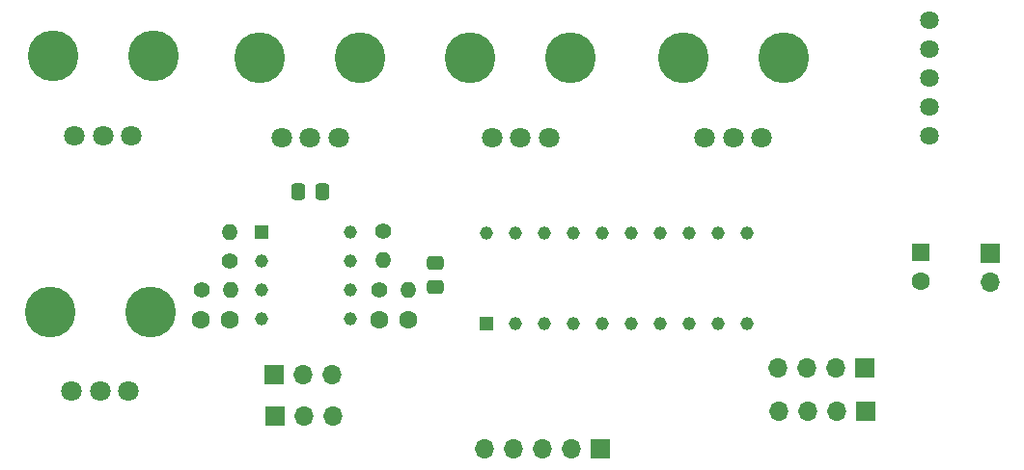
<source format=gbs>
%TF.GenerationSoftware,KiCad,Pcbnew,8.0.8*%
%TF.CreationDate,2025-06-29T12:39:58+09:00*%
%TF.ProjectId,EGSeparate,45475365-7061-4726-9174-652e6b696361,rev?*%
%TF.SameCoordinates,Original*%
%TF.FileFunction,Soldermask,Bot*%
%TF.FilePolarity,Negative*%
%FSLAX46Y46*%
G04 Gerber Fmt 4.6, Leading zero omitted, Abs format (unit mm)*
G04 Created by KiCad (PCBNEW 8.0.8) date 2025-06-29 12:39:58*
%MOMM*%
%LPD*%
G01*
G04 APERTURE LIST*
G04 Aperture macros list*
%AMRoundRect*
0 Rectangle with rounded corners*
0 $1 Rounding radius*
0 $2 $3 $4 $5 $6 $7 $8 $9 X,Y pos of 4 corners*
0 Add a 4 corners polygon primitive as box body*
4,1,4,$2,$3,$4,$5,$6,$7,$8,$9,$2,$3,0*
0 Add four circle primitives for the rounded corners*
1,1,$1+$1,$2,$3*
1,1,$1+$1,$4,$5*
1,1,$1+$1,$6,$7*
1,1,$1+$1,$8,$9*
0 Add four rect primitives between the rounded corners*
20,1,$1+$1,$2,$3,$4,$5,0*
20,1,$1+$1,$4,$5,$6,$7,0*
20,1,$1+$1,$6,$7,$8,$9,0*
20,1,$1+$1,$8,$9,$2,$3,0*%
G04 Aperture macros list end*
%ADD10C,1.800000*%
%ADD11C,4.455000*%
%ADD12R,1.159000X1.159000*%
%ADD13C,1.159000*%
%ADD14C,1.400000*%
%ADD15O,1.400000X1.400000*%
%ADD16R,1.600000X1.600000*%
%ADD17C,1.600000*%
%ADD18R,1.700000X1.700000*%
%ADD19O,1.700000X1.700000*%
%ADD20C,1.635000*%
%ADD21RoundRect,0.250000X0.337500X0.475000X-0.337500X0.475000X-0.337500X-0.475000X0.337500X-0.475000X0*%
%ADD22RoundRect,0.250000X0.475000X-0.337500X0.475000X0.337500X-0.475000X0.337500X-0.475000X-0.337500X0*%
G04 APERTURE END LIST*
D10*
%TO.C,VR5*%
X82630000Y-71374000D03*
X85130000Y-71374000D03*
X87630000Y-71374000D03*
D11*
X80730000Y-64374000D03*
X89530000Y-64374000D03*
%TD*%
D12*
%TO.C,IC2*%
X99314000Y-57404000D03*
D13*
X99314000Y-59944000D03*
X99314000Y-62484000D03*
X99314000Y-65024000D03*
X107124000Y-65024000D03*
X107124000Y-62484000D03*
X107124000Y-59944000D03*
X107124000Y-57404000D03*
%TD*%
D14*
%TO.C,R3*%
X109985000Y-57284000D03*
D15*
X109985000Y-59824000D03*
%TD*%
D10*
%TO.C,VR3*%
X119505000Y-49080000D03*
X122005000Y-49080000D03*
X124505000Y-49080000D03*
D11*
X117605000Y-42080000D03*
X126405000Y-42080000D03*
%TD*%
D16*
%TO.C,C3*%
X157099000Y-59182000D03*
D17*
X157099000Y-61682000D03*
%TD*%
D18*
%TO.C,J6*%
X100457000Y-73533000D03*
D19*
X102997000Y-73533000D03*
X105537000Y-73533000D03*
%TD*%
D14*
%TO.C,R1*%
X94033000Y-62441000D03*
D15*
X96573000Y-62441000D03*
%TD*%
D14*
%TO.C,R2*%
X109654000Y-62441000D03*
D15*
X112194000Y-62441000D03*
%TD*%
D10*
%TO.C,VR1*%
X82889000Y-48910000D03*
X85389000Y-48910000D03*
X87889000Y-48910000D03*
D11*
X80989000Y-41910000D03*
X89789000Y-41910000D03*
%TD*%
D17*
%TO.C,C1*%
X94003000Y-65108000D03*
X96503000Y-65108000D03*
%TD*%
D18*
%TO.C,J5*%
X100415000Y-69889000D03*
D19*
X102955000Y-69889000D03*
X105495000Y-69889000D03*
%TD*%
D18*
%TO.C,J1*%
X129032000Y-76454000D03*
D19*
X126492000Y-76454000D03*
X123952000Y-76454000D03*
X121412000Y-76454000D03*
X118872000Y-76454000D03*
%TD*%
D20*
%TO.C,SW1*%
X157861000Y-41275000D03*
X157861000Y-43815000D03*
X157861000Y-46355000D03*
X157861000Y-38735000D03*
X157861000Y-48895000D03*
%TD*%
D10*
%TO.C,VR4*%
X138174000Y-49080000D03*
X140674000Y-49080000D03*
X143174000Y-49080000D03*
D11*
X136274000Y-42080000D03*
X145074000Y-42080000D03*
%TD*%
D14*
%TO.C,R4*%
X96523000Y-59901000D03*
D15*
X96523000Y-57361000D03*
%TD*%
D18*
%TO.C,J4*%
X152273000Y-73152000D03*
D19*
X149733000Y-73152000D03*
X147193000Y-73152000D03*
X144653000Y-73152000D03*
%TD*%
D10*
%TO.C,VR2*%
X101045000Y-49052000D03*
X103545000Y-49052000D03*
X106045000Y-49052000D03*
D11*
X99145000Y-42052000D03*
X107945000Y-42052000D03*
%TD*%
D17*
%TO.C,C2*%
X109644000Y-65108000D03*
X112144000Y-65108000D03*
%TD*%
D12*
%TO.C,IC3*%
X118999000Y-65405000D03*
D13*
X121539000Y-65405000D03*
X124079000Y-65405000D03*
X126619000Y-65405000D03*
X129159000Y-65405000D03*
X131699000Y-65405000D03*
X134239000Y-65405000D03*
X136779000Y-65405000D03*
X139319000Y-65405000D03*
X141859000Y-65405000D03*
X141859000Y-57467000D03*
X139319000Y-57467000D03*
X136779000Y-57467000D03*
X134239000Y-57467000D03*
X131699000Y-57467000D03*
X129159000Y-57467000D03*
X126619000Y-57467000D03*
X124079000Y-57467000D03*
X121539000Y-57467000D03*
X118999000Y-57467000D03*
%TD*%
D18*
%TO.C,J2*%
X163217200Y-59248000D03*
D19*
X163217200Y-61788000D03*
%TD*%
D18*
%TO.C,J7*%
X152263000Y-69342000D03*
D19*
X149723000Y-69342000D03*
X147183000Y-69342000D03*
X144643000Y-69342000D03*
%TD*%
D21*
%TO.C,C5*%
X104637500Y-53848000D03*
X102562500Y-53848000D03*
%TD*%
D22*
%TO.C,C4*%
X114554000Y-62187500D03*
X114554000Y-60112500D03*
%TD*%
M02*

</source>
